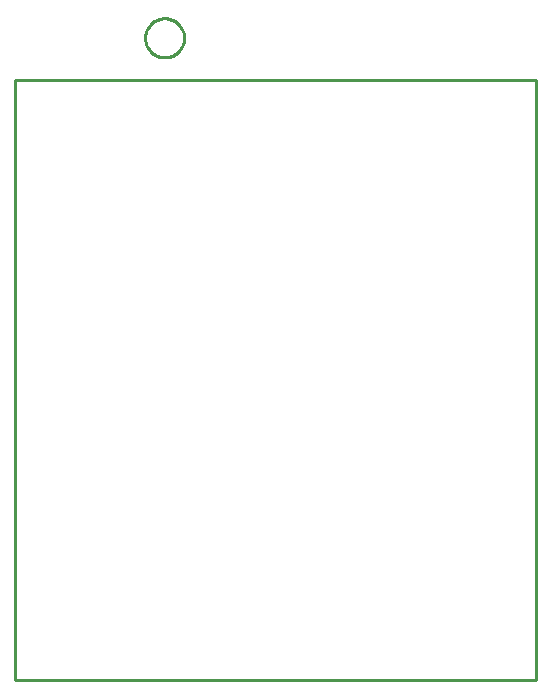
<source format=gbr>
G04 EAGLE Gerber RS-274X export*
G75*
%MOMM*%
%FSLAX34Y34*%
%LPD*%
%IN*%
%IPPOS*%
%AMOC8*
5,1,8,0,0,1.08239X$1,22.5*%
G01*
%ADD10C,0.254000*%


D10*
X-12700Y12700D02*
X428500Y12700D01*
X428500Y520600D01*
X-12700Y520600D01*
X-12700Y12700D01*
X130810Y555720D02*
X130739Y554641D01*
X130598Y553569D01*
X130387Y552509D01*
X130108Y551465D01*
X129760Y550441D01*
X129346Y549443D01*
X128868Y548473D01*
X128328Y547537D01*
X127727Y546638D01*
X127069Y545781D01*
X126357Y544968D01*
X125592Y544204D01*
X124779Y543491D01*
X123922Y542833D01*
X123023Y542232D01*
X122087Y541692D01*
X121117Y541214D01*
X120119Y540800D01*
X119095Y540452D01*
X118051Y540173D01*
X116991Y539962D01*
X115919Y539821D01*
X114840Y539750D01*
X113760Y539750D01*
X112681Y539821D01*
X111609Y539962D01*
X110549Y540173D01*
X109505Y540452D01*
X108481Y540800D01*
X107483Y541214D01*
X106513Y541692D01*
X105577Y542232D01*
X104678Y542833D01*
X103821Y543491D01*
X103008Y544204D01*
X102244Y544968D01*
X101531Y545781D01*
X100873Y546638D01*
X100272Y547537D01*
X99732Y548473D01*
X99254Y549443D01*
X98840Y550441D01*
X98492Y551465D01*
X98213Y552509D01*
X98002Y553569D01*
X97861Y554641D01*
X97790Y555720D01*
X97790Y556800D01*
X97861Y557879D01*
X98002Y558951D01*
X98213Y560011D01*
X98492Y561055D01*
X98840Y562079D01*
X99254Y563077D01*
X99732Y564047D01*
X100272Y564983D01*
X100873Y565882D01*
X101531Y566739D01*
X102244Y567552D01*
X103008Y568317D01*
X103821Y569029D01*
X104678Y569687D01*
X105577Y570288D01*
X106513Y570828D01*
X107483Y571306D01*
X108481Y571720D01*
X109505Y572068D01*
X110549Y572347D01*
X111609Y572558D01*
X112681Y572699D01*
X113760Y572770D01*
X114840Y572770D01*
X115919Y572699D01*
X116991Y572558D01*
X118051Y572347D01*
X119095Y572068D01*
X120119Y571720D01*
X121117Y571306D01*
X122087Y570828D01*
X123023Y570288D01*
X123922Y569687D01*
X124779Y569029D01*
X125592Y568317D01*
X126357Y567552D01*
X127069Y566739D01*
X127727Y565882D01*
X128328Y564983D01*
X128868Y564047D01*
X129346Y563077D01*
X129760Y562079D01*
X130108Y561055D01*
X130387Y560011D01*
X130598Y558951D01*
X130739Y557879D01*
X130810Y556800D01*
X130810Y555720D01*
M02*

</source>
